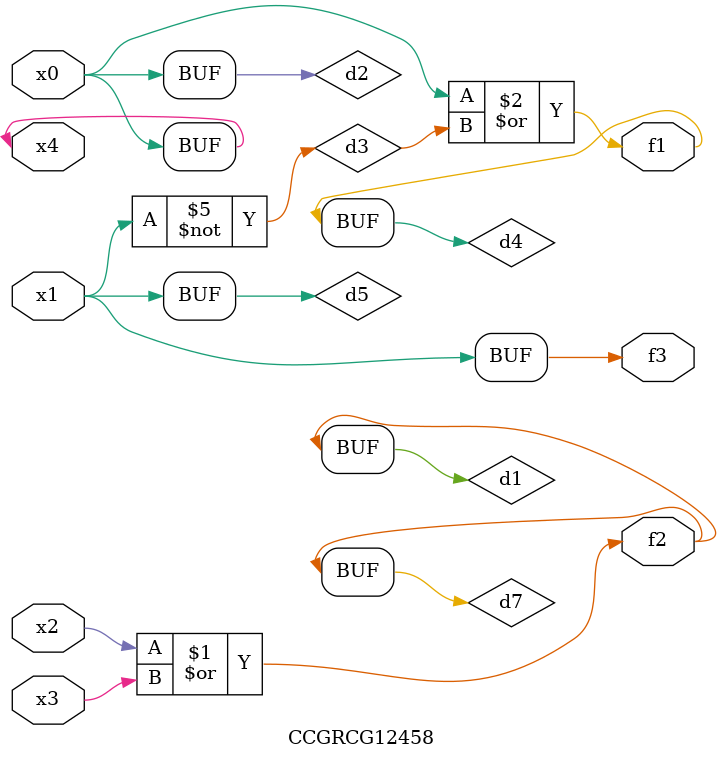
<source format=v>
module CCGRCG12458(
	input x0, x1, x2, x3, x4,
	output f1, f2, f3
);

	wire d1, d2, d3, d4, d5, d6, d7;

	or (d1, x2, x3);
	buf (d2, x0, x4);
	not (d3, x1);
	or (d4, d2, d3);
	not (d5, d3);
	nand (d6, d1, d3);
	or (d7, d1);
	assign f1 = d4;
	assign f2 = d7;
	assign f3 = d5;
endmodule

</source>
